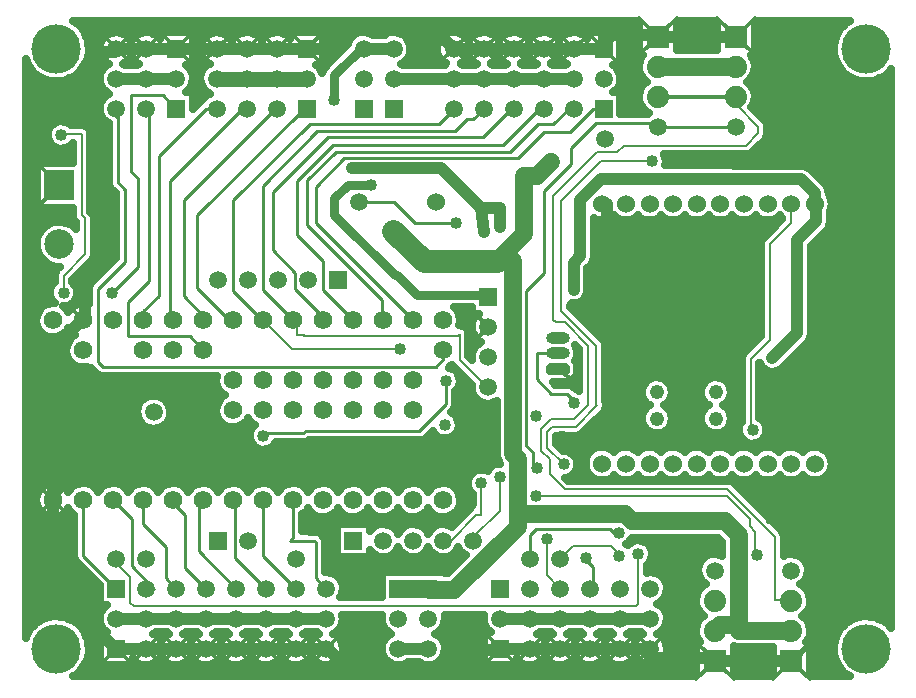
<source format=gbl>
G04 DipTrace Beta 2.3.5.2*
%INTeensy3.1XBreakout.gbl*%
%MOIN*%
%ADD13C,0.04*%
%ADD14C,0.008*%
%ADD15C,0.03*%
%ADD16C,0.01*%
%ADD17C,0.02*%
%ADD19C,0.075*%
%ADD20C,0.06*%
%ADD22C,0.05*%
%ADD23C,0.012*%
%ADD24C,0.0591*%
%ADD25C,0.025*%
%ADD26C,0.013*%
%ADD33R,0.0591X0.0591*%
%ADD34C,0.0591*%
%ADD36R,0.0984X0.0984*%
%ADD37C,0.0984*%
%ADD39R,0.074X0.074*%
%ADD40C,0.074*%
%ADD42O,0.0787X0.0394*%
%ADD43C,0.0489*%
%ADD45C,0.06*%
%ADD46C,0.0619*%
%ADD52C,0.165*%
%FSLAX44Y44*%
G04*
G70*
G90*
G75*
G01*
%LNBottom*%
%LPD*%
X30827Y20271D2*
D13*
X30870D1*
Y19680D1*
X30240Y19050D1*
Y15960D1*
X29410Y15130D1*
X7540Y24440D2*
X8540D1*
X9540D1*
X15790Y25440D2*
X16790D1*
X15790D2*
D15*
X15680D1*
X14810Y24570D1*
Y23740D1*
X16040Y20910D2*
X15260D1*
X14810Y20460D1*
Y19900D1*
X16820Y17890D1*
X16900D1*
X17550Y17240D1*
X19860D1*
X19940Y17160D1*
X22780Y17410D2*
D13*
Y18310D1*
X23000Y18530D1*
Y20410D1*
X23680Y21090D1*
X30350D1*
X30827Y20613D1*
Y20271D1*
X17940Y5440D2*
X16940D1*
X15390Y21450D2*
X18360D1*
X19690Y20120D1*
X20320D1*
Y19490D1*
X19785Y19340D2*
X19690Y20120D1*
X7390Y17290D2*
D16*
X8250Y18150D1*
Y21130D1*
X8040Y21340D1*
Y23885D1*
X9095D1*
X9540Y23440D1*
X8540D2*
X8630Y23350D1*
Y17680D1*
X7940Y16990D1*
Y15850D1*
X9980D1*
X10440Y15390D1*
X8440Y10390D2*
Y9590D1*
X9190Y8840D1*
Y7790D1*
X9540Y7440D1*
X9440Y10390D2*
Y10300D1*
X9840Y9900D1*
Y8140D1*
X10540Y7440D1*
X10440Y10390D2*
X10430D1*
X10280Y10540D1*
Y8700D1*
X11540Y7440D1*
X11440Y10390D2*
X11510Y10320D1*
Y8470D1*
X12540Y7440D1*
X12440Y10390D2*
Y8540D1*
X13540Y7440D1*
X28900Y8560D2*
D14*
X28830Y8630D1*
Y9340D1*
X28650Y9520D1*
Y9760D1*
X27880Y10530D1*
X21530D1*
X6440Y10390D2*
D16*
Y8540D1*
X7540Y7440D1*
X7440Y10390D2*
X7420D1*
X8060Y9750D1*
Y8180D1*
X8800Y7440D1*
X8540D1*
X21880Y9080D2*
D14*
Y7900D1*
X22340Y7440D1*
X23180Y8470D2*
D16*
X23120Y8410D1*
X23190D1*
X23430Y8170D1*
Y7350D1*
X23340Y7440D1*
X22790Y23440D2*
Y23610D1*
X22110Y22930D1*
X21590D1*
X20670Y22010D1*
X14860D1*
X13900Y21050D1*
Y19560D1*
X16410Y17050D1*
Y16390D1*
X16440D1*
X21790Y23440D2*
Y23600D1*
X20420Y22230D1*
X14750D1*
X13550Y21030D1*
Y19240D1*
X14420Y18370D1*
Y17410D1*
X15440Y16390D1*
X14440D2*
Y16510D1*
X13510Y17440D1*
Y17960D1*
X12750Y18720D1*
Y20650D1*
X14580Y22480D1*
X19750D1*
X20940Y23670D1*
Y23290D1*
X20790Y23440D1*
X13440Y16390D2*
X13420D1*
X12420Y17390D1*
Y20870D1*
X14230Y22680D1*
X18830D1*
X19240Y23090D1*
X19440D1*
X19790Y23440D1*
X19940Y14160D2*
D14*
X19890D1*
X18980Y15070D1*
Y15920D1*
X18930Y15870D1*
X13810D1*
X13840Y15900D1*
X13560D1*
Y16270D1*
X13440Y16390D1*
X12440D2*
D16*
X12390D1*
X11430Y17350D1*
Y20380D1*
X13990Y22940D1*
X18290D1*
X18790Y23440D1*
X16990Y15420D2*
D14*
X13410D1*
X12440Y16390D1*
X11440D2*
D16*
X11310D1*
X10230Y17470D1*
Y19880D1*
X13790Y23440D1*
X13890D1*
X10440Y16390D2*
Y16540D1*
X9790Y17190D1*
Y20390D1*
X12840Y23440D1*
X12890D1*
X9440Y16390D2*
Y16640D1*
X9340Y16540D1*
Y21040D1*
X11740Y23440D1*
X11890D1*
X8440Y16390D2*
Y16690D1*
X8960Y17210D1*
Y21860D1*
X10540Y23440D1*
X10890D1*
X19710Y10950D2*
D14*
Y9880D1*
X19530D1*
X18690Y9040D1*
X18440D1*
X20320Y11150D2*
Y10030D1*
X19440Y9150D1*
Y9040D1*
X13440Y10390D2*
D16*
Y9140D1*
X13340Y9040D1*
X14140D1*
X14190Y8990D1*
Y7790D1*
X14540Y7440D1*
X7540Y5440D2*
D13*
X8540D1*
X9540D1*
X10540D1*
X11540D1*
X12540D1*
X13540D1*
X14540D1*
X20340D2*
X21340D1*
X22340D1*
X23340D1*
X24340D1*
X25340D1*
X14540D2*
X14590D1*
X15190Y4840D1*
X18790D1*
Y5390D1*
X20290D1*
X20340Y5440D1*
X5440Y10390D2*
Y8690D1*
X6440Y7690D1*
Y6540D1*
X7540Y5440D1*
X25340D2*
Y5140D1*
X27490D1*
Y5040D1*
X30040D1*
X24780Y14990D2*
D17*
Y14270D1*
X22970Y12460D1*
Y11040D1*
X28690D1*
X29730Y10000D1*
Y9780D1*
X31170D1*
Y6120D1*
X30090Y5040D1*
X30040D1*
X18790Y25440D2*
D13*
X19790D1*
X20790D1*
X21790D1*
X22790D1*
X23790D1*
Y25890D1*
X25590D1*
Y25840D1*
X28190D1*
X6440Y16390D2*
X6490D1*
Y17877D1*
X6697D1*
X6940Y18120D1*
Y19690D1*
X7390Y20140D1*
X6870Y20660D1*
Y25170D1*
X7025Y25325D1*
X7425D1*
X7540Y25440D1*
X8540D1*
X9540D1*
X10890D1*
X11890D1*
X12890D1*
X13890D1*
X6840Y20980D2*
X6870Y20660D1*
X5440Y10390D2*
Y10690D1*
X5705Y10955D1*
X6240Y11490D1*
X13360D1*
X13690Y11820D1*
X18200D1*
X18610Y12230D1*
X22400Y12460D2*
X22970D1*
X13890Y25440D2*
X14690D1*
X15340Y26090D1*
X18140D1*
X18790Y25440D1*
X23740Y20271D2*
X23890D1*
Y19430D1*
X24190Y19130D1*
Y18715D1*
Y17130D1*
X24220Y17100D1*
Y16380D1*
X23880Y16720D1*
X22860D1*
X28350Y18550D2*
X24355D1*
X24190Y18715D1*
X6440Y16390D2*
X6380D1*
X5220Y15230D1*
Y11440D1*
X5705Y10955D1*
X24220Y16380D2*
X24300Y16300D1*
Y15470D1*
X24780Y14990D1*
X29350Y9770D2*
D16*
X29730Y10000D1*
X23790Y23440D2*
X23440D1*
X22660Y22660D1*
X21790D1*
X20920Y21790D1*
X15140D1*
X14190Y20840D1*
Y19620D1*
X17420Y16390D1*
X17440D1*
X10890Y24440D2*
D22*
X11890D1*
X12890D1*
X13890D1*
X18440Y15390D2*
D16*
Y15090D1*
X18180Y14830D1*
X10880D1*
X10890Y14840D1*
X7090D1*
X6940Y14990D1*
Y17440D1*
X7840Y18340D1*
Y20740D1*
X7590Y20990D1*
Y23117D1*
Y23390D1*
X7540Y23440D1*
Y23167D1*
X7590Y23117D1*
X18850Y19640D2*
X17480D1*
X16780Y20340D1*
X15620D1*
X28190Y23840D2*
D23*
X25590D1*
X28190D2*
D14*
Y23580D1*
X28940Y22830D1*
Y22620D1*
X28530Y22210D1*
X24450D1*
X24230Y21990D1*
X23550D1*
X22100Y20540D1*
Y16410D1*
X22190Y16320D1*
X22490D1*
X23270Y15540D1*
Y13550D1*
X22810Y13090D1*
X22020D1*
X21700Y12770D1*
Y12030D1*
X21980Y11750D1*
Y11250D1*
X22480Y10750D1*
X27910D1*
X29490Y9170D1*
Y7060D1*
X30020D1*
X30040Y7040D1*
X7540Y8440D2*
Y8310D1*
X8010Y7840D1*
Y6970D1*
X8120Y6860D1*
X24850D1*
X24920Y6930D1*
Y8620D1*
X24940Y8600D1*
X25590Y22840D2*
D16*
X28190D1*
X25590D2*
X25370D1*
Y22970D1*
X23540D1*
X22700Y22130D1*
Y21590D1*
X21800Y20690D1*
Y17950D1*
X21210Y17360D1*
Y12210D1*
X21420Y12000D1*
Y11580D1*
X21550Y11450D1*
X5780Y17310D2*
D14*
Y17870D1*
X6490Y18580D1*
Y19780D1*
X6380Y19890D1*
Y22600D1*
X5750D1*
X5710Y22560D1*
X7540Y6440D2*
D13*
X8540D1*
X9540D1*
X10540D1*
X11540D1*
X12540D1*
X13540D1*
X14540D1*
X22792Y13630D2*
D16*
Y13708D1*
X22560Y13940D1*
X22040D1*
X21550Y14430D1*
Y15290D1*
X22260D1*
X12440Y12530D2*
Y12630D1*
X13780D1*
X13840Y12690D1*
X17640D1*
X18530Y13580D1*
Y14360D1*
X25400Y21680D2*
D14*
X23680D1*
X22360Y20360D1*
Y16700D1*
X23540Y15520D1*
Y13530D1*
X23570Y13560D1*
Y13550D1*
X22860Y12840D1*
X22070D1*
X21890Y12660D1*
Y12140D1*
X22450Y11580D1*
X24300Y8540D2*
X24360D1*
X24040Y8860D1*
X22760D1*
X22340Y8440D1*
X24280Y9310D2*
D16*
Y9290D1*
X24130D1*
X23990Y9430D1*
X21530D1*
X21340Y9240D1*
Y8440D1*
X30039Y20271D2*
D14*
Y19639D1*
X29330Y18930D1*
Y15740D1*
X28680Y15090D1*
Y12800D1*
X28750Y12730D1*
X20340Y6440D2*
D13*
X21340D1*
X22340D1*
X23340D1*
X24340D1*
X25340D1*
X18790Y24440D2*
X19790D1*
X20790D1*
X21790D1*
X22790D1*
X16790D2*
X18790D1*
X25590Y24840D2*
D20*
X28190D1*
X17940Y7440D2*
D24*
X16940D1*
X16760Y19370D2*
D19*
X17780Y18350D1*
X20220D1*
D20*
X21140Y19270D1*
Y21200D1*
X21560D1*
X22020Y21660D1*
X20220Y18350D2*
X20770D1*
Y11930D1*
X20930Y11770D1*
Y9930D1*
Y9510D1*
X18810Y7390D1*
X17990D1*
X17940Y7440D1*
X20930Y9930D2*
X24510D1*
X24740Y9700D1*
X27820D1*
X28290Y9230D1*
Y6220D1*
X27670D1*
X27490Y6040D1*
X28290Y6220D2*
Y6040D1*
X30040D1*
D13*
X14810Y23740D3*
X16040Y20910D3*
X22780Y17410D3*
X15390Y21450D3*
X20320Y19490D3*
D3*
X28900Y8560D3*
X21530Y10530D3*
X21880Y9080D3*
X23180Y8470D3*
X16990Y15420D3*
X19710Y10950D3*
X20320Y11150D3*
D22*
X24780Y14990D3*
X18610Y12230D3*
X22400Y12460D3*
D13*
X22860Y16720D3*
D22*
X24780Y14990D3*
D13*
X29350Y9770D3*
X18850Y19640D3*
X24940Y8600D3*
X21550Y11450D3*
X5780Y17310D3*
X5710Y22560D3*
X22792Y13630D3*
X25400Y21680D3*
X22450Y11580D3*
X24300Y8540D3*
X28750Y12730D3*
D22*
X22020Y21660D3*
X16760Y19370D3*
D52*
X32540Y5440D3*
X5540D3*
Y25440D3*
X32540D3*
D22*
X7390Y20140D3*
D13*
X28350Y18550D3*
X29410Y15130D3*
X18500Y12900D3*
X21540Y13180D3*
X7390Y17290D3*
X18530Y14360D3*
X12440Y12530D3*
X24280Y9310D3*
X19785Y19340D3*
X6405Y26116D2*
D25*
X24941D1*
X26241D2*
X27539D1*
X28839D2*
X31672D1*
X6558Y25868D2*
X7168D1*
X7913D2*
X8168D1*
X10116D2*
X10519D1*
X11261D2*
X11519D1*
X12261D2*
X12519D1*
X14464D2*
X15418D1*
X17163D2*
X18418D1*
X19163D2*
X19418D1*
X20163D2*
X20418D1*
X21163D2*
X21418D1*
X22163D2*
X22418D1*
X24366D2*
X24941D1*
X26241D2*
X27539D1*
X28839D2*
X31523D1*
X6632Y25619D2*
X6996D1*
X10116D2*
X10344D1*
X14464D2*
X15246D1*
X17335D2*
X18246D1*
X24366D2*
X24941D1*
X26241D2*
X27539D1*
X28839D2*
X31449D1*
X6644Y25370D2*
X6969D1*
X10116D2*
X10320D1*
X14464D2*
X15011D1*
X17362D2*
X18219D1*
X24366D2*
X24941D1*
X28839D2*
X31437D1*
X6597Y25122D2*
X7066D1*
X10116D2*
X10418D1*
X14464D2*
X14765D1*
X17265D2*
X18316D1*
X24366D2*
X25008D1*
X28772D2*
X31484D1*
X6483Y24873D2*
X7176D1*
X9905D2*
X10527D1*
X14253D2*
X14515D1*
X24155D2*
X24941D1*
X28839D2*
X31597D1*
X4542Y24624D2*
X4808D1*
X6272D2*
X6996D1*
X10085D2*
X10347D1*
X24335D2*
X24980D1*
X28800D2*
X31808D1*
X4542Y24375D2*
X5332D1*
X5745D2*
X6969D1*
X10112D2*
X10320D1*
X24362D2*
X25148D1*
X28632D2*
X32332D1*
X32745D2*
X33340D1*
X4542Y24127D2*
X7062D1*
X10019D2*
X10414D1*
X24269D2*
X25011D1*
X28769D2*
X33340D1*
X4542Y23878D2*
X7183D1*
X10116D2*
X10531D1*
X24366D2*
X24941D1*
X28839D2*
X33340D1*
X4542Y23629D2*
X7000D1*
X10116D2*
X10273D1*
X24366D2*
X24976D1*
X28804D2*
X33340D1*
X4542Y23381D2*
X6969D1*
X24366D2*
X25140D1*
X28831D2*
X33340D1*
X4542Y23132D2*
X7058D1*
X29081D2*
X33340D1*
X4542Y22883D2*
X5367D1*
X6487D2*
X7261D1*
X29257D2*
X33340D1*
X4542Y22635D2*
X5238D1*
X6698D2*
X7261D1*
X29261D2*
X33340D1*
X4542Y22386D2*
X5265D1*
X6698D2*
X7261D1*
X29147D2*
X33340D1*
X4542Y22137D2*
X5515D1*
X5901D2*
X6058D1*
X6698D2*
X7261D1*
X28897D2*
X33340D1*
X4542Y21889D2*
X6058D1*
X6698D2*
X7261D1*
X25831D2*
X33340D1*
X4542Y21640D2*
X6058D1*
X6698D2*
X7261D1*
X25878D2*
X33340D1*
X4542Y21391D2*
X4867D1*
X6698D2*
X7261D1*
X30718D2*
X33340D1*
X4542Y21143D2*
X4867D1*
X6698D2*
X7261D1*
X30964D2*
X33340D1*
X4542Y20894D2*
X4867D1*
X6698D2*
X7277D1*
X31210D2*
X33340D1*
X4542Y20645D2*
X4867D1*
X6698D2*
X7480D1*
X31304D2*
X33340D1*
X4542Y20396D2*
X4867D1*
X6698D2*
X7511D1*
X31394D2*
X33340D1*
X4542Y20148D2*
X4867D1*
X6698D2*
X7511D1*
X31394D2*
X33340D1*
X4542Y19899D2*
X6058D1*
X6784D2*
X7511D1*
X31351D2*
X33340D1*
X4542Y19650D2*
X5453D1*
X5827D2*
X6172D1*
X6811D2*
X7511D1*
X23479D2*
X29609D1*
X31351D2*
X33340D1*
X4542Y19402D2*
X5043D1*
X6811D2*
X7511D1*
X23479D2*
X29359D1*
X31253D2*
X33340D1*
X4542Y19153D2*
X4906D1*
X6811D2*
X7511D1*
X23479D2*
X29109D1*
X31011D2*
X33340D1*
X4542Y18904D2*
X4867D1*
X6811D2*
X7511D1*
X23479D2*
X29011D1*
X30761D2*
X33340D1*
X4542Y18656D2*
X4918D1*
X6811D2*
X7511D1*
X23479D2*
X29011D1*
X30722D2*
X33340D1*
X4542Y18407D2*
X5074D1*
X6753D2*
X7449D1*
X23464D2*
X29011D1*
X30722D2*
X33340D1*
X4542Y18158D2*
X5625D1*
X6511D2*
X7203D1*
X23296D2*
X29011D1*
X30722D2*
X33340D1*
X4542Y17910D2*
X5465D1*
X6261D2*
X6953D1*
X23261D2*
X29011D1*
X30722D2*
X33340D1*
X4542Y17661D2*
X5461D1*
X6101D2*
X6703D1*
X23261D2*
X29011D1*
X30722D2*
X33340D1*
X4542Y17412D2*
X5312D1*
X6249D2*
X6609D1*
X23261D2*
X29011D1*
X30722D2*
X33340D1*
X4542Y17164D2*
X5324D1*
X6237D2*
X6609D1*
X23186D2*
X29011D1*
X30722D2*
X33340D1*
X4542Y16915D2*
X5207D1*
X6030D2*
X6207D1*
X22679D2*
X29011D1*
X30722D2*
X33340D1*
X4542Y16666D2*
X4922D1*
X18956D2*
X19363D1*
X22835D2*
X29011D1*
X30722D2*
X33340D1*
X4542Y16417D2*
X4851D1*
X19030D2*
X19429D1*
X23085D2*
X29011D1*
X30722D2*
X33340D1*
X4542Y16169D2*
X4894D1*
X19163D2*
X19363D1*
X23335D2*
X29011D1*
X30722D2*
X33340D1*
X4542Y15920D2*
X5101D1*
X5776D2*
X6101D1*
X23581D2*
X29011D1*
X30718D2*
X33340D1*
X4542Y15671D2*
X5926D1*
X19300D2*
X19664D1*
X23819D2*
X28820D1*
X30616D2*
X33340D1*
X4542Y15423D2*
X5851D1*
X19300D2*
X19434D1*
X23858D2*
X28570D1*
X30370D2*
X33340D1*
X4542Y15174D2*
X5894D1*
X23858D2*
X28371D1*
X30124D2*
X33340D1*
X4542Y14925D2*
X6094D1*
X23858D2*
X28359D1*
X29874D2*
X33340D1*
X4542Y14677D2*
X6797D1*
X23858D2*
X28359D1*
X28999D2*
X29347D1*
X29471D2*
X33340D1*
X4542Y14428D2*
X10851D1*
X19003D2*
X19179D1*
X22796D2*
X22948D1*
X23858D2*
X25293D1*
X25819D2*
X27258D1*
X27788D2*
X28359D1*
X28999D2*
X33340D1*
X4542Y14179D2*
X10890D1*
X18972D2*
X19367D1*
X22772D2*
X22949D1*
X23858D2*
X25070D1*
X26042D2*
X27039D1*
X28011D2*
X28359D1*
X28999D2*
X33340D1*
X4542Y13931D2*
X11086D1*
X18858D2*
X19414D1*
X23858D2*
X25035D1*
X26077D2*
X27004D1*
X28046D2*
X28359D1*
X28999D2*
X33340D1*
X4542Y13682D2*
X8351D1*
X9229D2*
X10933D1*
X18858D2*
X19644D1*
X23862D2*
X25136D1*
X25976D2*
X27105D1*
X27940D2*
X28359D1*
X28999D2*
X33340D1*
X4542Y13433D2*
X8226D1*
X9354D2*
X10851D1*
X18823D2*
X20191D1*
X23866D2*
X25148D1*
X25960D2*
X27117D1*
X27929D2*
X28359D1*
X28999D2*
X33340D1*
X4542Y13185D2*
X8230D1*
X9347D2*
X10890D1*
X18882D2*
X20191D1*
X23647D2*
X25039D1*
X26073D2*
X27004D1*
X28042D2*
X28359D1*
X28999D2*
X33340D1*
X4542Y12936D2*
X8371D1*
X9210D2*
X11078D1*
X11800D2*
X12078D1*
X18979D2*
X20191D1*
X23397D2*
X25062D1*
X26050D2*
X27031D1*
X28019D2*
X28320D1*
X29179D2*
X33340D1*
X4542Y12687D2*
X11988D1*
X18929D2*
X20191D1*
X23147D2*
X25265D1*
X25847D2*
X27234D1*
X27815D2*
X28273D1*
X29229D2*
X33340D1*
X4542Y12438D2*
X11969D1*
X17839D2*
X20191D1*
X22210D2*
X28375D1*
X29124D2*
X33340D1*
X4542Y12190D2*
X12113D1*
X12769D2*
X20191D1*
X22284D2*
X33340D1*
X4542Y11941D2*
X20191D1*
X22753D2*
X23269D1*
X31296D2*
X33340D1*
X4542Y11692D2*
X20242D1*
X22917D2*
X23168D1*
X31401D2*
X33340D1*
X4542Y11444D2*
X19949D1*
X22909D2*
X23187D1*
X31382D2*
X33340D1*
X4542Y11195D2*
X19301D1*
X22718D2*
X23347D1*
X31222D2*
X33340D1*
X4542Y10946D2*
X5320D1*
X5561D2*
X6320D1*
X6561D2*
X7320D1*
X7561D2*
X8320D1*
X8561D2*
X9320D1*
X9561D2*
X10320D1*
X10561D2*
X11320D1*
X11561D2*
X12320D1*
X12561D2*
X13320D1*
X13561D2*
X14320D1*
X14561D2*
X15320D1*
X15561D2*
X16320D1*
X16561D2*
X17320D1*
X17561D2*
X18320D1*
X18561D2*
X19230D1*
X28155D2*
X33340D1*
X4542Y10698D2*
X4941D1*
X18936D2*
X19308D1*
X28405D2*
X33340D1*
X4542Y10449D2*
X4855D1*
X19026D2*
X19390D1*
X28651D2*
X33340D1*
X4542Y10200D2*
X4883D1*
X18995D2*
X19390D1*
X28901D2*
X33340D1*
X4542Y9952D2*
X5058D1*
X5819D2*
X6058D1*
X13819D2*
X14058D1*
X14819D2*
X15058D1*
X15819D2*
X16058D1*
X16819D2*
X17058D1*
X17819D2*
X18058D1*
X18819D2*
X19160D1*
X29151D2*
X33340D1*
X4542Y9703D2*
X6109D1*
X13769D2*
X18910D1*
X29397D2*
X33340D1*
X4542Y9454D2*
X6109D1*
X13769D2*
X14863D1*
X16827D2*
X17054D1*
X17827D2*
X18054D1*
X29647D2*
X33340D1*
X4542Y9206D2*
X6109D1*
X14429D2*
X14863D1*
X29808D2*
X33340D1*
X4542Y8957D2*
X6109D1*
X14519D2*
X14863D1*
X25249D2*
X27711D1*
X29811D2*
X33340D1*
X4542Y8708D2*
X6109D1*
X14519D2*
X14863D1*
X25405D2*
X27711D1*
X29811D2*
X33340D1*
X4542Y8459D2*
X6121D1*
X14519D2*
X19070D1*
X25397D2*
X27109D1*
X30421D2*
X33340D1*
X4542Y8211D2*
X6312D1*
X14519D2*
X18820D1*
X25241D2*
X26941D1*
X30589D2*
X33340D1*
X4542Y7962D2*
X6562D1*
X14737D2*
X16363D1*
X25538D2*
X26922D1*
X30608D2*
X33340D1*
X4542Y7713D2*
X6812D1*
X15042D2*
X16363D1*
X25843D2*
X27023D1*
X30507D2*
X33340D1*
X4542Y7465D2*
X6965D1*
X15116D2*
X16363D1*
X25913D2*
X27008D1*
X30522D2*
X33340D1*
X4542Y7216D2*
X6965D1*
X15069D2*
X16363D1*
X25866D2*
X26867D1*
X30663D2*
X33340D1*
X4542Y6967D2*
X6965D1*
X25647D2*
X26844D1*
X30686D2*
X33340D1*
X4542Y6719D2*
X7039D1*
X25839D2*
X26929D1*
X30601D2*
X33340D1*
X4542Y6470D2*
X5191D1*
X5890D2*
X6965D1*
X15116D2*
X16367D1*
X18515D2*
X19765D1*
X25913D2*
X27011D1*
X30519D2*
X32191D1*
X32890D2*
X33340D1*
X4542Y6221D2*
X4769D1*
X6311D2*
X7011D1*
X15069D2*
X16410D1*
X18472D2*
X19808D1*
X25870D2*
X26867D1*
X30663D2*
X31769D1*
X6503Y5973D2*
X6965D1*
X8854D2*
X9226D1*
X9854D2*
X10226D1*
X10854D2*
X11226D1*
X11854D2*
X12226D1*
X12854D2*
X13226D1*
X13854D2*
X14226D1*
X14854D2*
X16625D1*
X18257D2*
X19765D1*
X21655D2*
X22023D1*
X22655D2*
X23023D1*
X23655D2*
X24023D1*
X24655D2*
X25023D1*
X25655D2*
X26844D1*
X30686D2*
X31574D1*
X6608Y5724D2*
X6965D1*
X15038D2*
X16445D1*
X18436D2*
X19765D1*
X25835D2*
X26926D1*
X30604D2*
X31472D1*
X6644Y5475D2*
X6965D1*
X15112D2*
X16367D1*
X18515D2*
X19765D1*
X25913D2*
X26840D1*
X28140D2*
X29390D1*
X30690D2*
X31437D1*
X6624Y5227D2*
X6965D1*
X15073D2*
X16406D1*
X18472D2*
X19765D1*
X25874D2*
X26840D1*
X28140D2*
X29390D1*
X30690D2*
X31457D1*
X6542Y4978D2*
X6965D1*
X8862D2*
X9215D1*
X9862D2*
X10215D1*
X10862D2*
X11215D1*
X11862D2*
X12215D1*
X12862D2*
X13215D1*
X13862D2*
X14215D1*
X14862D2*
X16617D1*
X17265D2*
X17617D1*
X18265D2*
X19765D1*
X21663D2*
X22015D1*
X22663D2*
X23015D1*
X23663D2*
X24015D1*
X24663D2*
X25015D1*
X25663D2*
X26840D1*
X28140D2*
X29390D1*
X30690D2*
X31539D1*
X6378Y4729D2*
X26840D1*
X28140D2*
X29390D1*
X30690D2*
X31703D1*
X23265Y25990D2*
X24340D1*
Y24890D1*
X24107D1*
X24161Y24847D1*
X24243Y24753D1*
X24302Y24643D1*
X24334Y24522D1*
X24340Y24440D1*
X24326Y24316D1*
X24284Y24199D1*
X24217Y24093D1*
X24105Y23992D1*
X24340Y23990D1*
Y23275D1*
X25255D1*
X25286Y23296D1*
X25222Y23335D1*
X25129Y23418D1*
X25054Y23518D1*
X25001Y23631D1*
X24971Y23752D1*
X24966Y23876D1*
X24986Y24000D1*
X25030Y24117D1*
X25096Y24222D1*
X25181Y24313D1*
X25217Y24338D1*
X25129Y24418D1*
X25054Y24518D1*
X25001Y24631D1*
X24971Y24752D1*
X24966Y24876D1*
X24986Y25000D1*
X25030Y25117D1*
X25090Y25215D1*
X24965D1*
Y26366D1*
X6094Y26365D1*
X6258Y26247D1*
X6346Y26158D1*
X6424Y26060D1*
X6490Y25954D1*
X6543Y25841D1*
X6582Y25723D1*
X6608Y25600D1*
X6620Y25440D1*
X6613Y25315D1*
X6591Y25192D1*
X6556Y25072D1*
X6506Y24958D1*
X6444Y24849D1*
X6370Y24749D1*
X6285Y24658D1*
X6189Y24577D1*
X6085Y24508D1*
X5974Y24451D1*
X5857Y24407D1*
X5735Y24378D1*
X5611Y24362D1*
X5486Y24361D1*
X5362Y24375D1*
X5240Y24402D1*
X5123Y24444D1*
X5010Y24499D1*
X4905Y24566D1*
X4809Y24645D1*
X4722Y24735D1*
X4646Y24834D1*
X4582Y24942D1*
X4515Y25104D1*
X4518Y5791D1*
X4566Y5906D1*
X4626Y6016D1*
X4699Y6117D1*
X4783Y6210D1*
X4877Y6292D1*
X4979Y6363D1*
X5090Y6422D1*
X5206Y6467D1*
X5327Y6499D1*
X5451Y6516D1*
X5576Y6519D1*
X5700Y6508D1*
X5822Y6482D1*
X5941Y6443D1*
X6054Y6390D1*
X6160Y6324D1*
X6258Y6247D1*
X6346Y6158D1*
X6424Y6060D1*
X6490Y5954D1*
X6543Y5841D1*
X6582Y5723D1*
X6608Y5600D1*
X6620Y5440D1*
X6613Y5315D1*
X6591Y5192D1*
X6556Y5072D1*
X6506Y4958D1*
X6444Y4849D1*
X6370Y4749D1*
X6285Y4658D1*
X6189Y4577D1*
X6095Y4514D1*
X26865Y4515D1*
Y5665D1*
X26991D1*
X26954Y5718D1*
X26901Y5831D1*
X26871Y5952D1*
X26866Y6076D1*
X26886Y6200D1*
X26930Y6317D1*
X26996Y6422D1*
X27081Y6513D1*
X27117Y6538D1*
X27029Y6618D1*
X26954Y6718D1*
X26901Y6831D1*
X26871Y6952D1*
X26866Y7076D1*
X26886Y7200D1*
X26930Y7317D1*
X26996Y7422D1*
X27081Y7513D1*
X27180Y7582D1*
X27050Y7710D1*
X26987Y7818D1*
X26949Y7937D1*
X26940Y8061D1*
X26959Y8185D1*
X27005Y8300D1*
X27076Y8403D1*
X27169Y8487D1*
X27278Y8548D1*
X27397Y8582D1*
X27522Y8589D1*
X27645Y8568D1*
X27735Y8530D1*
Y8997D1*
X27591Y9144D1*
X24736Y9145D1*
X24589Y8976D1*
X24528Y8934D1*
X24593Y8895D1*
X24686Y8978D1*
X24798Y9032D1*
X24921Y9055D1*
X25045Y9043D1*
X25161Y8998D1*
X25261Y8923D1*
X25336Y8824D1*
X25382Y8708D1*
X25395Y8600D1*
X25378Y8477D1*
X25328Y8362D1*
X25249Y8266D1*
X25214Y8242D1*
X25215Y7975D1*
X25372Y7989D1*
X25495Y7968D1*
X25610Y7920D1*
X25711Y7847D1*
X25793Y7753D1*
X25852Y7643D1*
X25884Y7522D1*
X25890Y7440D1*
X25876Y7316D1*
X25834Y7199D1*
X25767Y7093D1*
X25678Y7006D1*
X25568Y6940D1*
X25711Y6847D1*
X25793Y6753D1*
X25852Y6643D1*
X25884Y6522D1*
X25890Y6440D1*
X25876Y6316D1*
X25834Y6199D1*
X25767Y6093D1*
X25678Y6006D1*
X25568Y5940D1*
X25652Y5893D1*
X25746Y5811D1*
X25819Y5710D1*
X25868Y5595D1*
X25889Y5472D1*
X25885Y5365D1*
X25854Y5244D1*
X25797Y5134D1*
X25716Y5039D1*
X25616Y4964D1*
X25502Y4914D1*
X25379Y4891D1*
X25255Y4896D1*
X25134Y4930D1*
X25025Y4989D1*
X24931Y5072D1*
X24859Y5173D1*
X24840Y5210D1*
X24783Y5113D1*
X24698Y5022D1*
X24594Y4952D1*
X24478Y4907D1*
X24354Y4890D1*
X24230Y4901D1*
X24112Y4939D1*
X24005Y5004D1*
X23915Y5090D1*
X23847Y5195D1*
X23840Y5210D1*
X23783Y5113D1*
X23698Y5022D1*
X23594Y4952D1*
X23478Y4907D1*
X23354Y4890D1*
X23230Y4901D1*
X23112Y4939D1*
X23005Y5004D1*
X22915Y5090D1*
X22847Y5195D1*
X22840Y5210D1*
X22783Y5113D1*
X22698Y5022D1*
X22594Y4952D1*
X22478Y4907D1*
X22354Y4890D1*
X22230Y4901D1*
X22112Y4939D1*
X22005Y5004D1*
X21915Y5090D1*
X21847Y5195D1*
X21840Y5210D1*
X21783Y5113D1*
X21698Y5022D1*
X21594Y4952D1*
X21478Y4907D1*
X21354Y4890D1*
X21230Y4901D1*
X21112Y4939D1*
X21005Y5004D1*
X20915Y5090D1*
X20890Y5115D1*
Y4890D1*
X19790D1*
Y5990D1*
X20023D1*
X19900Y6110D1*
X19837Y6218D1*
X19799Y6337D1*
X19790Y6461D1*
X19806Y6565D1*
X18479D1*
X18490Y6440D1*
X18476Y6316D1*
X18434Y6199D1*
X18367Y6093D1*
X18278Y6006D1*
X18168Y5940D1*
X18311Y5847D1*
X18393Y5753D1*
X18452Y5643D1*
X18484Y5522D1*
X18490Y5440D1*
X18476Y5316D1*
X18434Y5199D1*
X18367Y5093D1*
X18278Y5006D1*
X18172Y4941D1*
X18054Y4902D1*
X17929Y4890D1*
X17806Y4906D1*
X17689Y4950D1*
X17634Y4987D1*
X17249Y4985D1*
X17172Y4941D1*
X17054Y4902D1*
X16929Y4890D1*
X16806Y4906D1*
X16689Y4950D1*
X16585Y5019D1*
X16500Y5110D1*
X16437Y5218D1*
X16399Y5337D1*
X16390Y5461D1*
X16409Y5585D1*
X16455Y5700D1*
X16526Y5803D1*
X16619Y5887D1*
X16711Y5938D1*
X16585Y6019D1*
X16500Y6110D1*
X16437Y6218D1*
X16399Y6337D1*
X16390Y6461D1*
X16406Y6565D1*
X15073D1*
X15090Y6440D1*
X15076Y6316D1*
X15034Y6199D1*
X14967Y6093D1*
X14878Y6006D1*
X14768Y5940D1*
X14852Y5893D1*
X14946Y5811D1*
X15019Y5710D1*
X15068Y5595D1*
X15089Y5472D1*
X15085Y5365D1*
X15054Y5244D1*
X14997Y5134D1*
X14916Y5039D1*
X14816Y4964D1*
X14702Y4914D1*
X14579Y4891D1*
X14455Y4896D1*
X14334Y4930D1*
X14225Y4989D1*
X14131Y5072D1*
X14059Y5173D1*
X14040Y5210D1*
X13983Y5113D1*
X13898Y5022D1*
X13794Y4952D1*
X13678Y4907D1*
X13554Y4890D1*
X13430Y4901D1*
X13312Y4939D1*
X13205Y5004D1*
X13115Y5090D1*
X13047Y5195D1*
X13040Y5210D1*
X12983Y5113D1*
X12898Y5022D1*
X12794Y4952D1*
X12678Y4907D1*
X12554Y4890D1*
X12430Y4901D1*
X12312Y4939D1*
X12205Y5004D1*
X12115Y5090D1*
X12047Y5195D1*
X12040Y5210D1*
X11983Y5113D1*
X11898Y5022D1*
X11794Y4952D1*
X11678Y4907D1*
X11554Y4890D1*
X11430Y4901D1*
X11312Y4939D1*
X11205Y5004D1*
X11115Y5090D1*
X11047Y5195D1*
X11040Y5210D1*
X10983Y5113D1*
X10898Y5022D1*
X10794Y4952D1*
X10678Y4907D1*
X10554Y4890D1*
X10430Y4901D1*
X10312Y4939D1*
X10205Y5004D1*
X10115Y5090D1*
X10047Y5195D1*
X10040Y5210D1*
X9983Y5113D1*
X9898Y5022D1*
X9794Y4952D1*
X9678Y4907D1*
X9554Y4890D1*
X9430Y4901D1*
X9312Y4939D1*
X9205Y5004D1*
X9115Y5090D1*
X9047Y5195D1*
X9040Y5210D1*
X8983Y5113D1*
X8898Y5022D1*
X8794Y4952D1*
X8678Y4907D1*
X8554Y4890D1*
X8430Y4901D1*
X8312Y4939D1*
X8205Y5004D1*
X8115Y5090D1*
X8090Y5115D1*
Y4890D1*
X6990D1*
Y5990D1*
X7223D1*
X7100Y6110D1*
X7037Y6218D1*
X6999Y6337D1*
X6990Y6461D1*
X7009Y6585D1*
X7055Y6700D1*
X7126Y6803D1*
X7222Y6889D1*
X6990Y6890D1*
Y7558D1*
X6224Y8324D1*
X6156Y8432D1*
X6135Y8540D1*
Y9911D1*
X6011Y10023D1*
X5939Y10126D1*
X5869Y10023D1*
X5778Y9937D1*
X5670Y9874D1*
X5551Y9836D1*
X5427Y9825D1*
X5303Y9842D1*
X5186Y9885D1*
X5082Y9953D1*
X4995Y10043D1*
X4929Y10149D1*
X4889Y10267D1*
X4875Y10391D1*
X4889Y10515D1*
X4930Y10633D1*
X4996Y10739D1*
X5083Y10828D1*
X5188Y10895D1*
X5305Y10938D1*
X5429Y10955D1*
X5553Y10943D1*
X5672Y10905D1*
X5779Y10841D1*
X5870Y10756D1*
X5940Y10652D1*
X5981Y10719D1*
X6064Y10812D1*
X6166Y10884D1*
X6281Y10932D1*
X6404Y10954D1*
X6529Y10948D1*
X6649Y10915D1*
X6759Y10856D1*
X6853Y10775D1*
X6939Y10650D1*
X6981Y10719D1*
X7064Y10812D1*
X7166Y10884D1*
X7281Y10932D1*
X7404Y10954D1*
X7529Y10948D1*
X7649Y10915D1*
X7759Y10856D1*
X7853Y10775D1*
X7939Y10650D1*
X7981Y10719D1*
X8064Y10812D1*
X8166Y10884D1*
X8281Y10932D1*
X8404Y10954D1*
X8529Y10948D1*
X8649Y10915D1*
X8759Y10856D1*
X8853Y10775D1*
X8939Y10650D1*
X8981Y10719D1*
X9064Y10812D1*
X9166Y10884D1*
X9281Y10932D1*
X9404Y10954D1*
X9529Y10948D1*
X9649Y10915D1*
X9759Y10856D1*
X9853Y10775D1*
X9939Y10650D1*
X9981Y10719D1*
X10064Y10812D1*
X10166Y10884D1*
X10281Y10932D1*
X10404Y10954D1*
X10529Y10948D1*
X10649Y10915D1*
X10759Y10856D1*
X10853Y10775D1*
X10939Y10650D1*
X10981Y10719D1*
X11064Y10812D1*
X11166Y10884D1*
X11281Y10932D1*
X11404Y10954D1*
X11529Y10948D1*
X11649Y10915D1*
X11759Y10856D1*
X11853Y10775D1*
X11939Y10650D1*
X11981Y10719D1*
X12064Y10812D1*
X12166Y10884D1*
X12281Y10932D1*
X12404Y10954D1*
X12529Y10948D1*
X12649Y10915D1*
X12759Y10856D1*
X12853Y10775D1*
X12939Y10650D1*
X12981Y10719D1*
X13064Y10812D1*
X13166Y10884D1*
X13281Y10932D1*
X13404Y10954D1*
X13529Y10948D1*
X13649Y10915D1*
X13759Y10856D1*
X13853Y10775D1*
X13939Y10650D1*
X13981Y10719D1*
X14064Y10812D1*
X14166Y10884D1*
X14281Y10932D1*
X14404Y10954D1*
X14529Y10948D1*
X14649Y10915D1*
X14759Y10856D1*
X14853Y10775D1*
X14939Y10650D1*
X14981Y10719D1*
X15064Y10812D1*
X15166Y10884D1*
X15281Y10932D1*
X15404Y10954D1*
X15529Y10948D1*
X15649Y10915D1*
X15759Y10856D1*
X15853Y10775D1*
X15939Y10650D1*
X15981Y10719D1*
X16064Y10812D1*
X16166Y10884D1*
X16281Y10932D1*
X16404Y10954D1*
X16529Y10948D1*
X16649Y10915D1*
X16759Y10856D1*
X16853Y10775D1*
X16939Y10650D1*
X16981Y10719D1*
X17064Y10812D1*
X17166Y10884D1*
X17281Y10932D1*
X17404Y10954D1*
X17529Y10948D1*
X17649Y10915D1*
X17759Y10856D1*
X17853Y10775D1*
X17939Y10650D1*
X17981Y10719D1*
X18064Y10812D1*
X18166Y10884D1*
X18281Y10932D1*
X18404Y10954D1*
X18529Y10948D1*
X18649Y10915D1*
X18759Y10856D1*
X18853Y10775D1*
X18928Y10674D1*
X18978Y10560D1*
X19005Y10390D1*
X18991Y10266D1*
X18950Y10148D1*
X18885Y10042D1*
X18797Y9953D1*
X18693Y9885D1*
X18576Y9842D1*
X18452Y9825D1*
X18328Y9837D1*
X18209Y9875D1*
X18102Y9938D1*
X18011Y10023D1*
X17939Y10130D1*
X17885Y10042D1*
X17797Y9953D1*
X17693Y9885D1*
X17576Y9842D1*
X17452Y9825D1*
X17328Y9837D1*
X17209Y9875D1*
X17102Y9938D1*
X17011Y10023D1*
X16939Y10130D1*
X16885Y10042D1*
X16797Y9953D1*
X16693Y9885D1*
X16576Y9842D1*
X16452Y9825D1*
X16328Y9837D1*
X16209Y9875D1*
X16102Y9938D1*
X16011Y10023D1*
X15939Y10130D1*
X15885Y10042D1*
X15797Y9953D1*
X15693Y9885D1*
X15576Y9842D1*
X15452Y9825D1*
X15328Y9837D1*
X15209Y9875D1*
X15102Y9938D1*
X15011Y10023D1*
X14939Y10130D1*
X14885Y10042D1*
X14797Y9953D1*
X14693Y9885D1*
X14576Y9842D1*
X14452Y9825D1*
X14328Y9837D1*
X14209Y9875D1*
X14102Y9938D1*
X14011Y10023D1*
X13939Y10130D1*
X13885Y10042D1*
X13797Y9953D1*
X13742Y9917D1*
X13745Y9347D1*
X14140Y9345D1*
X14266Y9318D1*
X14356Y9256D1*
X14436Y9170D1*
X14479Y9086D1*
X14495Y8990D1*
Y7986D1*
X14572Y7989D1*
X14695Y7968D1*
X14810Y7920D1*
X14911Y7847D1*
X14993Y7753D1*
X15052Y7643D1*
X15084Y7522D1*
X15090Y7440D1*
X15076Y7316D1*
X15034Y7199D1*
X15007Y7156D1*
X16390Y7155D1*
Y7990D1*
X17490Y7986D1*
X17870Y7990D1*
X17999Y7992D1*
X18490Y7990D1*
Y7947D1*
X18594Y7959D1*
X19188Y8553D1*
X19085Y8619D1*
X19000Y8710D1*
X18939Y8814D1*
X18867Y8693D1*
X18778Y8606D1*
X18672Y8541D1*
X18554Y8502D1*
X18429Y8490D1*
X18306Y8506D1*
X18189Y8550D1*
X18085Y8619D1*
X18000Y8710D1*
X17939Y8814D1*
X17867Y8693D1*
X17778Y8606D1*
X17672Y8541D1*
X17554Y8502D1*
X17429Y8490D1*
X17306Y8506D1*
X17189Y8550D1*
X17085Y8619D1*
X17000Y8710D1*
X16939Y8814D1*
X16867Y8693D1*
X16778Y8606D1*
X16672Y8541D1*
X16554Y8502D1*
X16429Y8490D1*
X16306Y8506D1*
X16189Y8550D1*
X16085Y8619D1*
X15990Y8727D1*
Y8490D1*
X14890D1*
Y9590D1*
X15990D1*
Y9360D1*
X16119Y9487D1*
X16228Y9548D1*
X16347Y9582D1*
X16472Y9589D1*
X16595Y9568D1*
X16710Y9520D1*
X16811Y9447D1*
X16893Y9353D1*
X16939Y9267D1*
X17026Y9403D1*
X17119Y9487D1*
X17228Y9548D1*
X17347Y9582D1*
X17472Y9589D1*
X17595Y9568D1*
X17710Y9520D1*
X17811Y9447D1*
X17893Y9353D1*
X17939Y9267D1*
X18026Y9403D1*
X18119Y9487D1*
X18228Y9548D1*
X18347Y9582D1*
X18472Y9589D1*
X18595Y9568D1*
X18732Y9504D1*
X19100Y9867D1*
X19343Y10107D1*
X19415Y10255D1*
Y10603D1*
X19353Y10668D1*
X19290Y10775D1*
X19258Y10896D1*
X19260Y11020D1*
X19296Y11140D1*
X19363Y11245D1*
X19456Y11328D1*
X19568Y11382D1*
X19691Y11405D1*
X19815Y11393D1*
X19913Y11355D1*
X19973Y11445D1*
X20066Y11528D1*
X20178Y11582D1*
X20320Y11603D1*
X20246Y11748D1*
X20218Y11873D1*
X20215Y12555D1*
Y13684D1*
X20054Y13622D1*
X19929Y13610D1*
X19806Y13626D1*
X19689Y13670D1*
X19585Y13739D1*
X19500Y13830D1*
X19437Y13938D1*
X19399Y14057D1*
X19390Y14181D1*
X19398Y14231D1*
X18769Y14865D1*
X18735Y14907D1*
X18652Y14870D1*
X18635Y14803D1*
X18751Y14758D1*
X18851Y14683D1*
X18926Y14584D1*
X18972Y14468D1*
X18985Y14360D1*
X18968Y14237D1*
X18918Y14122D1*
X18836Y14024D1*
X18835Y13580D1*
X18808Y13455D1*
X18746Y13364D1*
X18693Y13312D1*
X18821Y13223D1*
X18896Y13124D1*
X18942Y13008D1*
X18955Y12900D1*
X18938Y12777D1*
X18888Y12662D1*
X18809Y12566D1*
X18707Y12495D1*
X18589Y12454D1*
X18465Y12446D1*
X18343Y12473D1*
X18233Y12532D1*
X18143Y12618D1*
X18090Y12708D1*
X17856Y12474D1*
X17748Y12406D1*
X17640Y12385D1*
X13964D1*
X13849Y12333D1*
X13780Y12325D1*
X12846D1*
X12749Y12196D1*
X12647Y12125D1*
X12529Y12084D1*
X12405Y12076D1*
X12283Y12103D1*
X12173Y12162D1*
X12083Y12248D1*
X12020Y12355D1*
X11988Y12476D1*
X11990Y12600D1*
X12026Y12720D1*
X12093Y12825D1*
X12172Y12895D1*
X12102Y12938D1*
X12011Y13023D1*
X11939Y13130D1*
X11885Y13042D1*
X11797Y12953D1*
X11693Y12885D1*
X11576Y12842D1*
X11452Y12825D1*
X11328Y12837D1*
X11209Y12875D1*
X11102Y12938D1*
X11011Y13023D1*
X10941Y13127D1*
X10895Y13243D1*
X10876Y13366D1*
X10884Y13490D1*
X10920Y13610D1*
X10981Y13719D1*
X11064Y13812D1*
X11177Y13888D1*
X11102Y13938D1*
X11011Y14023D1*
X10941Y14127D1*
X10895Y14243D1*
X10876Y14366D1*
X10894Y14524D1*
X10765Y14535D1*
X7090D1*
X6965Y14562D1*
X6874Y14624D1*
X6702Y14801D1*
X6576Y14842D1*
X6452Y14825D1*
X6328Y14837D1*
X6209Y14875D1*
X6102Y14938D1*
X6011Y15023D1*
X5941Y15127D1*
X5895Y15243D1*
X5876Y15366D1*
X5884Y15490D1*
X5920Y15610D1*
X5981Y15719D1*
X6064Y15812D1*
X6177Y15888D1*
X6063Y15970D1*
X5980Y16063D1*
X5940Y16127D1*
X5885Y16042D1*
X5797Y15953D1*
X5693Y15885D1*
X5576Y15842D1*
X5452Y15825D1*
X5328Y15837D1*
X5209Y15875D1*
X5102Y15938D1*
X5011Y16023D1*
X4941Y16127D1*
X4895Y16243D1*
X4876Y16366D1*
X4884Y16490D1*
X4920Y16610D1*
X4981Y16719D1*
X5064Y16812D1*
X5166Y16884D1*
X5281Y16932D1*
X5404Y16954D1*
X5501Y16949D1*
X5423Y17028D1*
X5360Y17135D1*
X5328Y17256D1*
X5330Y17380D1*
X5366Y17500D1*
X5433Y17605D1*
X5483Y17649D1*
X5485Y17870D1*
X5513Y17994D1*
X5571Y18079D1*
X5668Y18175D1*
X5564Y18178D1*
X5441Y18201D1*
X5324Y18245D1*
X5216Y18307D1*
X5119Y18386D1*
X5037Y18480D1*
X4972Y18587D1*
X4926Y18703D1*
X4899Y18825D1*
X4893Y18949D1*
X4908Y19073D1*
X4944Y19193D1*
X4999Y19305D1*
X5072Y19407D1*
X5160Y19494D1*
X5262Y19566D1*
X5375Y19620D1*
X5495Y19654D1*
X5619Y19668D1*
X5744Y19661D1*
X5866Y19634D1*
X5981Y19586D1*
X6087Y19520D1*
X6193Y19422D1*
X6195Y19654D1*
X6112Y19766D1*
X6085Y19890D1*
Y20144D1*
X4893Y20143D1*
Y21637D1*
X6085Y21640D1*
Y22300D1*
X6019Y22226D1*
X5917Y22155D1*
X5799Y22114D1*
X5675Y22106D1*
X5553Y22133D1*
X5443Y22192D1*
X5353Y22278D1*
X5290Y22385D1*
X5258Y22506D1*
X5260Y22630D1*
X5296Y22750D1*
X5363Y22855D1*
X5456Y22938D1*
X5568Y22992D1*
X5691Y23015D1*
X5815Y23003D1*
X5931Y22958D1*
X6015Y22894D1*
X6380Y22895D1*
X6501Y22869D1*
X6601Y22795D1*
X6662Y22683D1*
X6675Y22600D1*
Y20010D1*
X6758Y19904D1*
X6785Y19780D1*
Y18580D1*
X6757Y18456D1*
X6699Y18371D1*
X6075Y17745D1*
Y17655D1*
X6176Y17534D1*
X6222Y17418D1*
X6235Y17310D1*
X6218Y17187D1*
X6168Y17072D1*
X6089Y16976D1*
X5987Y16905D1*
X5869Y16864D1*
X5756Y16857D1*
X5853Y16775D1*
X5939Y16650D1*
X5996Y16739D1*
X6083Y16828D1*
X6188Y16895D1*
X6305Y16938D1*
X6429Y16955D1*
X6553Y16943D1*
X6635Y16920D1*
Y17440D1*
X6662Y17565D1*
X6724Y17656D1*
X7534Y18465D1*
X7535Y20617D1*
X7374Y20774D1*
X7306Y20882D1*
X7285Y20990D1*
Y22955D1*
X7185Y23019D1*
X7100Y23110D1*
X7037Y23218D1*
X6999Y23337D1*
X6990Y23461D1*
X7009Y23585D1*
X7055Y23700D1*
X7126Y23803D1*
X7219Y23887D1*
X7311Y23938D1*
X7185Y24019D1*
X7100Y24110D1*
X7037Y24218D1*
X6999Y24337D1*
X6990Y24461D1*
X7009Y24585D1*
X7055Y24700D1*
X7126Y24803D1*
X7219Y24887D1*
X7311Y24938D1*
X7205Y25004D1*
X7115Y25090D1*
X7047Y25195D1*
X7005Y25312D1*
X6990Y25436D1*
X7003Y25560D1*
X7044Y25678D1*
X7110Y25784D1*
X7199Y25872D1*
X7305Y25937D1*
X7423Y25978D1*
X7547Y25990D1*
X7671Y25975D1*
X7788Y25931D1*
X7892Y25863D1*
X7978Y25773D1*
X8040Y25669D1*
X8095Y25764D1*
X8179Y25856D1*
X8282Y25926D1*
X8398Y25972D1*
X8522Y25990D1*
X8646Y25980D1*
X8765Y25942D1*
X8872Y25879D1*
X8963Y25792D1*
X8990Y25765D1*
Y25990D1*
X10090D1*
Y24890D1*
X9857D1*
X9911Y24847D1*
X9993Y24753D1*
X10052Y24643D1*
X10084Y24522D1*
X10090Y24440D1*
X10076Y24316D1*
X10034Y24199D1*
X9967Y24093D1*
X9855Y23992D1*
X10090Y23990D1*
Y23424D1*
X10364Y23689D1*
X10569Y23887D1*
X10661Y23938D1*
X10535Y24019D1*
X10450Y24110D1*
X10387Y24218D1*
X10349Y24337D1*
X10340Y24461D1*
X10359Y24585D1*
X10405Y24700D1*
X10476Y24803D1*
X10569Y24887D1*
X10661Y24938D1*
X10555Y25004D1*
X10465Y25090D1*
X10397Y25195D1*
X10355Y25312D1*
X10340Y25436D1*
X10353Y25560D1*
X10394Y25678D1*
X10460Y25784D1*
X10549Y25872D1*
X10655Y25937D1*
X10773Y25978D1*
X10897Y25990D1*
X11021Y25975D1*
X11138Y25931D1*
X11242Y25863D1*
X11328Y25773D1*
X11390Y25669D1*
X11445Y25764D1*
X11529Y25856D1*
X11632Y25926D1*
X11748Y25972D1*
X11872Y25990D1*
X11996Y25980D1*
X12115Y25942D1*
X12222Y25879D1*
X12313Y25792D1*
X12381Y25688D1*
X12390Y25669D1*
X12445Y25764D1*
X12529Y25856D1*
X12632Y25926D1*
X12748Y25972D1*
X12872Y25990D1*
X12996Y25980D1*
X13115Y25942D1*
X13222Y25879D1*
X13313Y25792D1*
X13340Y25765D1*
Y25990D1*
X14440D1*
Y24890D1*
X14207D1*
X14261Y24847D1*
X14343Y24753D1*
X14409Y24616D1*
X14424Y24693D1*
X14482Y24807D1*
X14612Y24945D1*
X15261Y25594D1*
X15305Y25700D1*
X15376Y25803D1*
X15469Y25887D1*
X15578Y25948D1*
X15697Y25982D1*
X15822Y25989D1*
X15945Y25968D1*
X16060Y25920D1*
X16094Y25895D1*
X16481D1*
X16578Y25948D1*
X16697Y25982D1*
X16822Y25989D1*
X16945Y25968D1*
X17060Y25920D1*
X17161Y25847D1*
X17243Y25753D1*
X17302Y25643D1*
X17334Y25522D1*
X17340Y25440D1*
X17326Y25316D1*
X17284Y25199D1*
X17217Y25093D1*
X17128Y25006D1*
X17018Y24940D1*
X17094Y24895D1*
X18481D1*
X18517Y24962D1*
X18416Y25036D1*
X18335Y25130D1*
X18277Y25241D1*
X18245Y25362D1*
X18242Y25486D1*
X18266Y25609D1*
X18318Y25722D1*
X18393Y25821D1*
X18489Y25901D1*
X18601Y25957D1*
X18722Y25986D1*
X18847Y25987D1*
X18969Y25960D1*
X19081Y25907D1*
X19179Y25829D1*
X19257Y25732D1*
X19290Y25669D1*
X19345Y25764D1*
X19429Y25856D1*
X19532Y25926D1*
X19648Y25972D1*
X19772Y25990D1*
X19896Y25980D1*
X20015Y25942D1*
X20122Y25879D1*
X20213Y25792D1*
X20281Y25688D1*
X20290Y25669D1*
X20345Y25764D1*
X20429Y25856D1*
X20532Y25926D1*
X20648Y25972D1*
X20772Y25990D1*
X20896Y25980D1*
X21015Y25942D1*
X21122Y25879D1*
X21213Y25792D1*
X21281Y25688D1*
X21290Y25669D1*
X21345Y25764D1*
X21429Y25856D1*
X21532Y25926D1*
X21648Y25972D1*
X21772Y25990D1*
X21896Y25980D1*
X22015Y25942D1*
X22122Y25879D1*
X22213Y25792D1*
X22281Y25688D1*
X22290Y25669D1*
X22345Y25764D1*
X22429Y25856D1*
X22532Y25926D1*
X22648Y25972D1*
X22772Y25990D1*
X22896Y25980D1*
X23015Y25942D1*
X23122Y25879D1*
X23213Y25792D1*
X23240Y25765D1*
Y25990D1*
X23265D1*
X22561Y24940D2*
X22455Y25004D1*
X22365Y25090D1*
X22297Y25195D1*
X22290Y25210D1*
X22233Y25113D1*
X22148Y25022D1*
X22044Y24952D1*
X22020Y24940D1*
X22094Y24895D1*
X22481D1*
X21561Y24940D2*
X21455Y25004D1*
X21365Y25090D1*
X21297Y25195D1*
X21290Y25210D1*
X21233Y25113D1*
X21148Y25022D1*
X21044Y24952D1*
X21020Y24940D1*
X21094Y24895D1*
X21481D1*
X20561Y24940D2*
X20455Y25004D1*
X20365Y25090D1*
X20297Y25195D1*
X20290Y25210D1*
X20233Y25113D1*
X20148Y25022D1*
X20044Y24952D1*
X20020Y24940D1*
X20094Y24895D1*
X20481D1*
X19561Y24940D2*
X19455Y25004D1*
X19365Y25090D1*
X19297Y25195D1*
X19290Y25210D1*
X19233Y25113D1*
X19148Y25022D1*
X19044Y24952D1*
X19020Y24940D1*
X19094Y24895D1*
X19481D1*
X8311Y24940D2*
X8205Y25004D1*
X8115Y25090D1*
X8047Y25195D1*
X8040Y25210D1*
X7983Y25113D1*
X7898Y25022D1*
X7794Y24952D1*
X7770Y24940D1*
X7844Y24895D1*
X8231D1*
X8770Y5940D2*
X8872Y5879D1*
X8963Y5792D1*
X9031Y5688D1*
X9040Y5669D1*
X9095Y5764D1*
X9179Y5856D1*
X9282Y5926D1*
X9311Y5940D1*
X9234Y5987D1*
X8849Y5985D1*
X8768Y5940D1*
X9770D2*
X9872Y5879D1*
X9963Y5792D1*
X10031Y5688D1*
X10040Y5669D1*
X10095Y5764D1*
X10179Y5856D1*
X10282Y5926D1*
X10311Y5940D1*
X10234Y5987D1*
X9849Y5985D1*
X9768Y5940D1*
X10770D2*
X10872Y5879D1*
X10963Y5792D1*
X11031Y5688D1*
X11040Y5669D1*
X11095Y5764D1*
X11179Y5856D1*
X11282Y5926D1*
X11311Y5940D1*
X11234Y5987D1*
X10849Y5985D1*
X10768Y5940D1*
X11770D2*
X11872Y5879D1*
X11963Y5792D1*
X12031Y5688D1*
X12040Y5669D1*
X12095Y5764D1*
X12179Y5856D1*
X12282Y5926D1*
X12311Y5940D1*
X12234Y5987D1*
X11849Y5985D1*
X11768Y5940D1*
X12770D2*
X12872Y5879D1*
X12963Y5792D1*
X13031Y5688D1*
X13040Y5669D1*
X13095Y5764D1*
X13179Y5856D1*
X13282Y5926D1*
X13311Y5940D1*
X13234Y5987D1*
X12849Y5985D1*
X12768Y5940D1*
X13770D2*
X13872Y5879D1*
X13963Y5792D1*
X14031Y5688D1*
X14040Y5669D1*
X14095Y5764D1*
X14179Y5856D1*
X14282Y5926D1*
X14311Y5940D1*
X14234Y5987D1*
X13849Y5985D1*
X13768Y5940D1*
X21570D2*
X21672Y5879D1*
X21763Y5792D1*
X21831Y5688D1*
X21840Y5669D1*
X21895Y5764D1*
X21979Y5856D1*
X22082Y5926D1*
X22111Y5940D1*
X22034Y5987D1*
X21649Y5985D1*
X21568Y5940D1*
X22570D2*
X22672Y5879D1*
X22763Y5792D1*
X22831Y5688D1*
X22840Y5669D1*
X22895Y5764D1*
X22979Y5856D1*
X23082Y5926D1*
X23111Y5940D1*
X23034Y5987D1*
X22649Y5985D1*
X22568Y5940D1*
X23570D2*
X23672Y5879D1*
X23763Y5792D1*
X23831Y5688D1*
X23840Y5669D1*
X23895Y5764D1*
X23979Y5856D1*
X24082Y5926D1*
X24111Y5940D1*
X24034Y5987D1*
X23649Y5985D1*
X23568Y5940D1*
X24570D2*
X24672Y5879D1*
X24763Y5792D1*
X24831Y5688D1*
X24840Y5669D1*
X24895Y5764D1*
X24979Y5856D1*
X25082Y5926D1*
X25111Y5940D1*
X25034Y5987D1*
X24649Y5985D1*
X24568Y5940D1*
X19627Y16610D2*
X19390D1*
Y16832D1*
X18786Y16835D1*
X18853Y16775D1*
X18928Y16674D1*
X18978Y16560D1*
X19005Y16390D1*
X18991Y16266D1*
X18974Y16218D1*
X19076Y16199D1*
X19159Y16154D1*
X19224Y16086D1*
X19264Y16001D1*
X19275Y15920D1*
X19277Y15190D1*
X19396Y15071D1*
X19390Y15181D1*
X19409Y15305D1*
X19455Y15420D1*
X19526Y15523D1*
X19619Y15607D1*
X19711Y15658D1*
X19605Y15724D1*
X19515Y15810D1*
X19447Y15915D1*
X19405Y16032D1*
X19390Y16156D1*
X19403Y16280D1*
X19444Y16398D1*
X19510Y16504D1*
X19599Y16592D1*
X19623Y16610D1*
X26215Y26340D2*
Y25395D1*
X27563D1*
X27565Y25840D1*
Y26366D1*
X26215Y26365D1*
Y26340D1*
X28815D2*
Y25215D1*
X28689D1*
X28743Y25130D1*
X28790Y25015D1*
X28815Y24840D1*
X28803Y24716D1*
X28766Y24597D1*
X28706Y24487D1*
X28625Y24392D1*
X28561Y24341D1*
X28675Y24235D1*
X28743Y24130D1*
X28790Y24015D1*
X28815Y23840D1*
X28803Y23716D1*
X28766Y23597D1*
X28703Y23484D1*
X29149Y23039D1*
X29216Y22931D1*
X29235Y22830D1*
Y22620D1*
X29207Y22496D1*
X29149Y22411D1*
X28739Y22001D1*
X28631Y21934D1*
X28530Y21915D1*
X25792D1*
X25842Y21788D1*
X25855Y21680D1*
X25833Y21546D1*
X30350Y21545D1*
X30473Y21528D1*
X30591Y21476D1*
X30672Y21412D1*
X31148Y20935D1*
X31224Y20836D1*
X31269Y20716D1*
X31282Y20586D1*
X31332Y20501D1*
X31370Y20382D1*
X31382Y20271D1*
X31368Y20147D1*
X31325Y20021D1*
Y19680D1*
X31308Y19557D1*
X31256Y19439D1*
X31192Y19358D1*
X30697Y18864D1*
X30695Y17050D1*
Y15960D1*
X30678Y15837D1*
X30626Y15719D1*
X30562Y15638D1*
X29732Y14808D1*
X29632Y14733D1*
X29516Y14688D1*
X29392Y14675D1*
X29270Y14697D1*
X29158Y14751D1*
X29064Y14834D1*
X28989Y14959D1*
X28975Y14965D1*
Y13125D1*
X29071Y13053D1*
X29146Y12954D1*
X29192Y12838D1*
X29205Y12730D1*
X29188Y12607D1*
X29138Y12492D1*
X29059Y12396D1*
X28957Y12325D1*
X28839Y12284D1*
X28715Y12276D1*
X28593Y12303D1*
X28483Y12362D1*
X28393Y12448D1*
X28330Y12555D1*
X28298Y12676D1*
X28300Y12800D1*
X28336Y12920D1*
X28385Y12995D1*
Y15090D1*
X28413Y15214D1*
X28471Y15299D1*
X29035Y15865D1*
Y18930D1*
X29063Y19054D1*
X29121Y19139D1*
X29744Y19764D1*
Y19799D1*
X29649Y19881D1*
X29596Y19836D1*
X29491Y19770D1*
X29373Y19729D1*
X29249Y19716D1*
X29125Y19730D1*
X29007Y19772D1*
X28902Y19840D1*
X28861Y19881D1*
X28809Y19836D1*
X28703Y19770D1*
X28585Y19729D1*
X28461Y19716D1*
X28337Y19730D1*
X28220Y19772D1*
X28115Y19840D1*
X28074Y19881D1*
X28022Y19836D1*
X27916Y19770D1*
X27798Y19729D1*
X27674Y19716D1*
X27550Y19730D1*
X27432Y19772D1*
X27327Y19840D1*
X27286Y19881D1*
X27234Y19836D1*
X27128Y19770D1*
X27010Y19729D1*
X26886Y19716D1*
X26763Y19730D1*
X26645Y19772D1*
X26540Y19840D1*
X26499Y19881D1*
X26447Y19836D1*
X26341Y19770D1*
X26223Y19729D1*
X26099Y19716D1*
X25975Y19730D1*
X25858Y19772D1*
X25753Y19840D1*
X25712Y19881D1*
X25659Y19836D1*
X25554Y19770D1*
X25436Y19729D1*
X25312Y19716D1*
X25188Y19730D1*
X25070Y19772D1*
X24965Y19840D1*
X24924Y19881D1*
X24872Y19836D1*
X24766Y19770D1*
X24648Y19729D1*
X24524Y19716D1*
X24400Y19730D1*
X24283Y19772D1*
X24178Y19840D1*
X24137Y19881D1*
X24044Y19806D1*
X23933Y19750D1*
X23812Y19720D1*
X23687Y19718D1*
X23565Y19744D1*
X23455Y19795D1*
Y18530D1*
X23438Y18407D1*
X23386Y18289D1*
X23322Y18208D1*
X23236Y18123D1*
X23235Y17410D1*
X23218Y17287D1*
X23168Y17172D1*
X23089Y17076D1*
X22987Y17005D1*
X22869Y16964D1*
X22741Y16957D1*
X22655Y16860D1*
X22657Y16820D1*
X23749Y15729D1*
X23816Y15621D1*
X23835Y15520D1*
X23837Y13685D1*
X23862Y13604D1*
X23865Y13550D1*
X23837Y13426D1*
X23779Y13341D1*
X23069Y12631D1*
X22961Y12564D1*
X22860Y12545D1*
X22187Y12540D1*
Y12260D1*
X22416Y12031D1*
X22555Y12023D1*
X22671Y11978D1*
X22771Y11903D1*
X22846Y11804D1*
X22892Y11688D1*
X22905Y11580D1*
X22888Y11457D1*
X22838Y11342D1*
X22759Y11246D1*
X22657Y11175D1*
X22512Y11132D1*
X22605Y11045D1*
X27910D1*
X28034Y11017D1*
X28119Y10959D1*
X29699Y9379D1*
X29766Y9271D1*
X29785Y9170D1*
Y8525D1*
X29828Y8548D1*
X29947Y8582D1*
X30072Y8589D1*
X30195Y8568D1*
X30310Y8520D1*
X30411Y8447D1*
X30493Y8353D1*
X30552Y8243D1*
X30584Y8122D1*
X30590Y8040D1*
X30576Y7916D1*
X30534Y7799D1*
X30467Y7693D1*
X30378Y7606D1*
X30342Y7584D1*
X30437Y7523D1*
X30525Y7435D1*
X30593Y7330D1*
X30640Y7215D1*
X30665Y7040D1*
X30653Y6916D1*
X30616Y6797D1*
X30556Y6687D1*
X30475Y6592D1*
X30411Y6541D1*
X30525Y6435D1*
X30593Y6330D1*
X30640Y6215D1*
X30665Y6040D1*
X30653Y5916D1*
X30616Y5797D1*
X30538Y5666D1*
X30665Y5665D1*
Y4514D1*
X31981Y4515D1*
X31809Y4645D1*
X31722Y4735D1*
X31646Y4834D1*
X31582Y4942D1*
X31531Y5056D1*
X31493Y5175D1*
X31469Y5297D1*
X31460Y5422D1*
X31465Y5547D1*
X31485Y5670D1*
X31518Y5791D1*
X31566Y5906D1*
X31626Y6016D1*
X31699Y6117D1*
X31783Y6210D1*
X31877Y6292D1*
X31979Y6363D1*
X32090Y6422D1*
X32206Y6467D1*
X32327Y6499D1*
X32451Y6516D1*
X32576Y6519D1*
X32700Y6508D1*
X32822Y6482D1*
X32941Y6443D1*
X33054Y6390D1*
X33160Y6324D1*
X33258Y6247D1*
X33363Y6137D1*
X33365Y14344D1*
Y24747D1*
X33285Y24658D1*
X33189Y24577D1*
X33085Y24508D1*
X32974Y24451D1*
X32857Y24407D1*
X32735Y24378D1*
X32611Y24362D1*
X32486Y24361D1*
X32362Y24375D1*
X32240Y24402D1*
X32123Y24444D1*
X32010Y24499D1*
X31905Y24566D1*
X31809Y24645D1*
X31722Y24735D1*
X31646Y24834D1*
X31582Y24942D1*
X31531Y25056D1*
X31493Y25175D1*
X31469Y25297D1*
X31460Y25422D1*
X31465Y25547D1*
X31485Y25670D1*
X31518Y25791D1*
X31566Y25906D1*
X31626Y26016D1*
X31699Y26117D1*
X31783Y26210D1*
X31877Y26292D1*
X31983Y26365D1*
X28815D1*
Y26340D1*
X28115Y5514D2*
Y4514D1*
X29415Y4515D1*
Y5485D1*
X28290D1*
X28202Y5492D1*
X28199Y5493D1*
X22816Y14474D2*
X22697Y14361D1*
X22629Y14329D1*
X22555Y14318D1*
X22094D1*
X22166Y14245D1*
X22560D1*
X22685Y14218D1*
X22776Y14156D1*
X22850Y14081D1*
X22974Y14043D1*
X22975Y15421D1*
X22832Y15561D1*
X22900Y15378D1*
X22909Y15290D1*
X22892Y15167D1*
X22834Y15044D1*
X22865Y15011D1*
X22897Y14943D1*
X22909Y14868D1*
X22904Y14622D1*
X22879Y14552D1*
X22834Y14491D1*
X22816Y14474D1*
X26040Y13866D2*
X25994Y13750D1*
X25921Y13649D1*
X25825Y13569D1*
X25787Y13551D1*
X25912Y13460D1*
X25987Y13361D1*
X26036Y13247D1*
X26055Y13110D1*
X26040Y12986D1*
X25994Y12870D1*
X25921Y12769D1*
X25825Y12689D1*
X25713Y12636D1*
X25590Y12612D1*
X25466Y12619D1*
X25347Y12656D1*
X25241Y12722D1*
X25155Y12812D1*
X25094Y12921D1*
X25061Y13041D1*
X25059Y13166D1*
X25089Y13287D1*
X25147Y13397D1*
X25231Y13489D1*
X25319Y13547D1*
X25241Y13602D1*
X25155Y13692D1*
X25094Y13801D1*
X25061Y13921D1*
X25059Y14046D1*
X25089Y14167D1*
X25147Y14277D1*
X25231Y14369D1*
X25335Y14438D1*
X25453Y14479D1*
X25577Y14489D1*
X25700Y14468D1*
X25814Y14418D1*
X25912Y14340D1*
X25987Y14241D1*
X26036Y14127D1*
X26055Y13990D1*
X26040Y13866D1*
X28008D2*
X27962Y13750D1*
X27889Y13649D1*
X27794Y13569D1*
X27755Y13551D1*
X27880Y13460D1*
X27956Y13361D1*
X28005Y13247D1*
X28024Y13110D1*
X28008Y12986D1*
X27962Y12870D1*
X27889Y12769D1*
X27794Y12689D1*
X27681Y12636D1*
X27559Y12612D1*
X27434Y12619D1*
X27315Y12656D1*
X27210Y12722D1*
X27123Y12812D1*
X27062Y12921D1*
X27030Y13041D1*
X27028Y13166D1*
X27057Y13287D1*
X27115Y13397D1*
X27199Y13489D1*
X27287Y13547D1*
X27210Y13602D1*
X27123Y13692D1*
X27062Y13801D1*
X27030Y13921D1*
X27028Y14046D1*
X27057Y14167D1*
X27115Y14277D1*
X27199Y14369D1*
X27303Y14438D1*
X27421Y14479D1*
X27545Y14489D1*
X27668Y14468D1*
X27782Y14418D1*
X27880Y14340D1*
X27956Y14241D1*
X28005Y14127D1*
X28024Y13990D1*
X28008Y13866D1*
X9326Y13196D2*
X9284Y13079D1*
X9217Y12973D1*
X9128Y12886D1*
X9022Y12821D1*
X8904Y12782D1*
X8779Y12770D1*
X8656Y12786D1*
X8539Y12830D1*
X8435Y12899D1*
X8350Y12990D1*
X8287Y13098D1*
X8249Y13217D1*
X8240Y13341D1*
X8259Y13465D1*
X8305Y13580D1*
X8376Y13683D1*
X8469Y13767D1*
X8578Y13828D1*
X8697Y13862D1*
X8822Y13869D1*
X8945Y13848D1*
X9060Y13800D1*
X9161Y13727D1*
X9243Y13633D1*
X9302Y13523D1*
X9334Y13402D1*
X9340Y13320D1*
X9326Y13196D1*
X24132Y11221D2*
X24085Y11174D1*
X23979Y11108D1*
X23861Y11068D1*
X23737Y11054D1*
X23613Y11069D1*
X23495Y11111D1*
X23390Y11178D1*
X23303Y11267D1*
X23238Y11373D1*
X23198Y11492D1*
X23185Y11616D1*
X23200Y11739D1*
X23243Y11857D1*
X23311Y11961D1*
X23400Y12048D1*
X23507Y12113D1*
X23625Y12152D1*
X23750Y12164D1*
X23873Y12148D1*
X23990Y12105D1*
X24095Y12036D1*
X24130Y12000D1*
X24188Y12048D1*
X24294Y12113D1*
X24413Y12152D1*
X24537Y12164D1*
X24661Y12148D1*
X24778Y12105D1*
X24882Y12036D1*
X24917Y12000D1*
X24975Y12048D1*
X25082Y12113D1*
X25200Y12152D1*
X25324Y12164D1*
X25448Y12148D1*
X25565Y12105D1*
X25669Y12036D1*
X25704Y12000D1*
X25763Y12048D1*
X25869Y12113D1*
X25988Y12152D1*
X26112Y12164D1*
X26236Y12148D1*
X26352Y12105D1*
X26457Y12036D1*
X26492Y12000D1*
X26550Y12048D1*
X26657Y12113D1*
X26775Y12152D1*
X26899Y12164D1*
X27023Y12148D1*
X27140Y12105D1*
X27244Y12036D1*
X27279Y12000D1*
X27337Y12048D1*
X27444Y12113D1*
X27562Y12152D1*
X27687Y12164D1*
X27810Y12148D1*
X27927Y12105D1*
X28032Y12036D1*
X28067Y12000D1*
X28125Y12048D1*
X28231Y12113D1*
X28350Y12152D1*
X28474Y12164D1*
X28598Y12148D1*
X28715Y12105D1*
X28819Y12036D1*
X28854Y12000D1*
X28912Y12048D1*
X29019Y12113D1*
X29137Y12152D1*
X29261Y12164D1*
X29385Y12148D1*
X29502Y12105D1*
X29606Y12036D1*
X29641Y12000D1*
X29700Y12048D1*
X29806Y12113D1*
X29925Y12152D1*
X30049Y12164D1*
X30173Y12148D1*
X30289Y12105D1*
X30394Y12036D1*
X30429Y12000D1*
X30487Y12048D1*
X30594Y12113D1*
X30712Y12152D1*
X30836Y12164D1*
X30960Y12148D1*
X31077Y12105D1*
X31181Y12036D1*
X31268Y11946D1*
X31332Y11839D1*
X31370Y11721D1*
X31382Y11609D1*
X31368Y11485D1*
X31326Y11368D1*
X31260Y11262D1*
X31171Y11174D1*
X31065Y11108D1*
X30947Y11068D1*
X30823Y11054D1*
X30700Y11069D1*
X30582Y11111D1*
X30477Y11178D1*
X30436Y11220D1*
X30384Y11174D1*
X30278Y11108D1*
X30160Y11068D1*
X30036Y11054D1*
X29912Y11069D1*
X29795Y11111D1*
X29690Y11178D1*
X29649Y11220D1*
X29596Y11174D1*
X29491Y11108D1*
X29373Y11068D1*
X29249Y11054D1*
X29125Y11069D1*
X29007Y11111D1*
X28902Y11178D1*
X28861Y11220D1*
X28809Y11174D1*
X28703Y11108D1*
X28585Y11068D1*
X28461Y11054D1*
X28337Y11069D1*
X28220Y11111D1*
X28115Y11178D1*
X28074Y11220D1*
X28022Y11174D1*
X27916Y11108D1*
X27798Y11068D1*
X27674Y11054D1*
X27550Y11069D1*
X27432Y11111D1*
X27327Y11178D1*
X27286Y11220D1*
X27234Y11174D1*
X27128Y11108D1*
X27010Y11068D1*
X26886Y11054D1*
X26763Y11069D1*
X26645Y11111D1*
X26540Y11178D1*
X26499Y11220D1*
X26447Y11174D1*
X26341Y11108D1*
X26223Y11068D1*
X26099Y11054D1*
X25975Y11069D1*
X25858Y11111D1*
X25753Y11178D1*
X25712Y11220D1*
X25659Y11174D1*
X25554Y11108D1*
X25436Y11068D1*
X25312Y11054D1*
X25188Y11069D1*
X25070Y11111D1*
X24965Y11178D1*
X24924Y11220D1*
X24872Y11174D1*
X24766Y11108D1*
X24648Y11068D1*
X24524Y11054D1*
X24400Y11069D1*
X24283Y11111D1*
X24178Y11178D1*
X24137Y11220D1*
X23240Y25990D2*
D26*
X24340Y24890D1*
Y25990D2*
X23790Y25440D1*
X22401Y25829D2*
X22790Y25440D1*
X23179Y25829D2*
X22401Y25051D1*
X21401Y25829D2*
X22179Y25051D1*
Y25829D2*
X21401Y25051D1*
X20401Y25829D2*
X21179Y25051D1*
Y25829D2*
X20401Y25051D1*
X19401Y25829D2*
X20179Y25051D1*
Y25829D2*
X19401Y25051D1*
X18401Y25829D2*
X19179Y25051D1*
Y25829D2*
X18401Y25051D1*
X8990Y25990D2*
X10090Y24890D1*
Y25990D2*
X9540Y25440D1*
X8151Y25829D2*
X8540Y25440D1*
X8929Y25829D2*
X8151Y25051D1*
X7151Y25829D2*
X7929Y25051D1*
Y25829D2*
X7151Y25051D1*
X13340Y25990D2*
X14440Y24890D1*
Y25990D2*
X13890Y25440D1*
X12501Y25829D2*
X12890Y25440D1*
X13279Y25829D2*
X12890Y25440D1*
X11501Y25829D2*
X11890Y25440D1*
X12279Y25829D2*
X11890Y25440D1*
X10501Y25829D2*
X10890Y25440D1*
X11279Y25829D2*
X10501Y25051D1*
X6990Y5990D2*
X8090Y4890D1*
X7540Y5440D2*
X6990Y4890D1*
X8540Y5440D2*
X8929Y5051D1*
Y5829D2*
X8151Y5051D1*
X9151Y5829D2*
X9929Y5051D1*
Y5829D2*
X9151Y5051D1*
X10151Y5829D2*
X10929Y5051D1*
Y5829D2*
X10151Y5051D1*
X11151Y5829D2*
X11929Y5051D1*
Y5829D2*
X11151Y5051D1*
X12151Y5829D2*
X12929Y5051D1*
Y5829D2*
X12151Y5051D1*
X13151Y5829D2*
X13929Y5051D1*
Y5829D2*
X13151Y5051D1*
X14151Y5829D2*
X14929Y5051D1*
Y5829D2*
X14151Y5051D1*
X19790Y5990D2*
X20890Y4890D1*
X20340Y5440D2*
X19790Y4890D1*
X21340Y5440D2*
X21729Y5051D1*
Y5829D2*
X20951Y5051D1*
X21951Y5829D2*
X22729Y5051D1*
Y5829D2*
X21951Y5051D1*
X22951Y5829D2*
X23729Y5051D1*
Y5829D2*
X22951Y5051D1*
X23951Y5829D2*
X24729Y5051D1*
Y5829D2*
X23951Y5051D1*
X24951Y5829D2*
X25729Y5051D1*
Y5829D2*
X24951Y5051D1*
X19551Y16549D2*
X19940Y16160D1*
X19551Y15771D1*
X4893Y21637D2*
X5640Y20890D1*
X4893Y20143D1*
X24965Y26465D2*
X25590Y25840D1*
X26215Y26465D2*
X24965Y25215D1*
X27565Y26465D2*
X28815Y25215D1*
Y26465D2*
X28190Y25840D1*
X26865Y5665D2*
X28115Y4415D1*
X27490Y5040D2*
X26865Y4415D1*
X30040Y5040D2*
X30665Y4415D1*
Y5665D2*
X29415Y4415D1*
X22260Y14770D2*
X22739Y14396D1*
X23740Y20271D2*
X24132Y19879D1*
X5041Y10789D2*
X5839Y9991D1*
Y10789D2*
X5041Y9991D1*
X6041Y16789D2*
X6440Y16390D1*
X6041Y15991D1*
D33*
X23790Y25440D3*
D34*
Y24440D3*
X22790Y25440D3*
Y24440D3*
X21790Y25440D3*
Y24440D3*
X20790Y25440D3*
Y24440D3*
X19790Y25440D3*
Y24440D3*
X18790Y25440D3*
Y24440D3*
D33*
X23790Y23440D3*
D34*
X22790D3*
X21790D3*
X20790D3*
X19790D3*
X18790D3*
D33*
X9540Y25440D3*
D34*
Y24440D3*
X8540Y25440D3*
Y24440D3*
X7540Y25440D3*
Y24440D3*
D33*
X9540Y23440D3*
D34*
X8540D3*
X7540D3*
D33*
X13890Y25440D3*
D34*
X12890D3*
X11890D3*
X10890D3*
X13890Y24440D3*
X12890D3*
X11890D3*
X10890D3*
D33*
X13890Y23440D3*
D34*
X12890D3*
X11890D3*
X10890D3*
D33*
X7540Y5440D3*
D34*
Y6440D3*
X8540Y5440D3*
Y6440D3*
X9540Y5440D3*
Y6440D3*
X10540Y5440D3*
Y6440D3*
X11540Y5440D3*
Y6440D3*
X12540Y5440D3*
Y6440D3*
X13540Y5440D3*
Y6440D3*
X14540Y5440D3*
Y6440D3*
D33*
X7540Y7440D3*
D34*
X8540D3*
X9540D3*
X10540D3*
X11540D3*
X12540D3*
X13540D3*
X14540D3*
D33*
X20340Y5440D3*
D34*
Y6440D3*
X21340Y5440D3*
Y6440D3*
X22340Y5440D3*
Y6440D3*
X23340Y5440D3*
Y6440D3*
X24340Y5440D3*
Y6440D3*
X25340Y5440D3*
Y6440D3*
D33*
X20340Y7440D3*
D34*
X21340D3*
X22340D3*
X23340D3*
X24340D3*
X25340D3*
D33*
X19940Y17160D3*
D34*
Y16160D3*
Y15160D3*
Y14160D3*
D36*
X5640Y20890D3*
D37*
Y18921D3*
D33*
X15440Y9040D3*
D34*
X16440D3*
X17440D3*
X18440D3*
X19440D3*
D33*
X14940Y17740D3*
D34*
X13940D3*
X12940D3*
X11940D3*
X10940D3*
D33*
Y9040D3*
D34*
X11940D3*
X8540Y8440D3*
D39*
X25590Y25840D3*
D40*
Y24840D3*
Y23840D3*
D39*
X28190Y25840D3*
D40*
Y24840D3*
Y23840D3*
D39*
X27490Y5040D3*
D40*
Y6040D3*
Y7040D3*
D39*
X30040Y5040D3*
D40*
Y6040D3*
Y7040D3*
D33*
X16790Y23440D3*
D34*
Y24440D3*
Y25440D3*
D33*
X15790Y23440D3*
D34*
Y24440D3*
Y25440D3*
D33*
X16940Y7440D3*
D34*
Y6440D3*
Y5440D3*
D33*
X17940Y7440D3*
D34*
Y6440D3*
Y5440D3*
X7540Y8440D3*
X25590Y22840D3*
X28190D3*
X27490Y8040D3*
X30040D3*
X13540Y8440D3*
X23840Y22440D3*
X22340Y8440D3*
X21340D3*
G36*
X22555Y14573D2*
X22654Y14672D1*
Y14868D1*
X22555Y14967D1*
X21965D1*
X21866Y14868D1*
Y14672D1*
X21965Y14573D1*
X22555D1*
G37*
D42*
X22260Y15290D3*
Y15810D3*
D43*
X25556Y13990D3*
X27524D3*
X25556Y13110D3*
X27524D3*
D34*
X8790Y13320D3*
D20*
X18180Y20340D3*
D34*
X15620D3*
D45*
X23740Y20271D3*
X24527D3*
X25315D3*
X26102D3*
X26890D3*
X27677D3*
X28464D3*
X29252D3*
X30039D3*
X30827D3*
X23740Y11609D3*
X24527D3*
X25315D3*
X26102D3*
X26890D3*
X27677D3*
X28464D3*
X29252D3*
X30039D3*
X30827D3*
D46*
X5440Y10390D3*
X6440D3*
X7440D3*
X8440D3*
X9440D3*
X10440D3*
X11440D3*
X12440D3*
X13440D3*
X14440D3*
X15440D3*
X16440D3*
X17440D3*
X18440D3*
Y15390D3*
Y16390D3*
X17440D3*
X16440D3*
X15440D3*
X14440D3*
X13440D3*
X12440D3*
X11440D3*
X10440D3*
X9440D3*
X8440D3*
X7440D3*
X6440D3*
X5440D3*
X6440Y15390D3*
X8440D3*
X9440D3*
X10440D3*
X17440Y13390D3*
Y14390D3*
X16440Y13390D3*
X15440D3*
X14440D3*
X13440D3*
X16440Y14390D3*
X15440D3*
X14440D3*
X13440D3*
X12440D3*
X11440D3*
X12440Y13390D3*
X11440D3*
M02*

</source>
